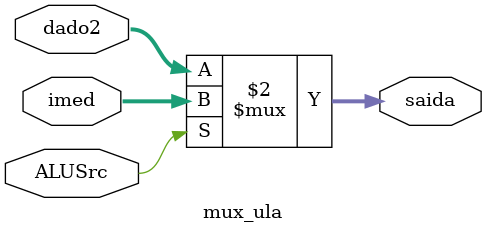
<source format=v>
module mux_ula(ALUSrc, dado2, imed, saida);
input ALUSrc;
input [31:0] dado2, imed;
output [31:0] saida;

assign saida = (ALUSrc == 1)? imed : dado2;


endmodule
</source>
